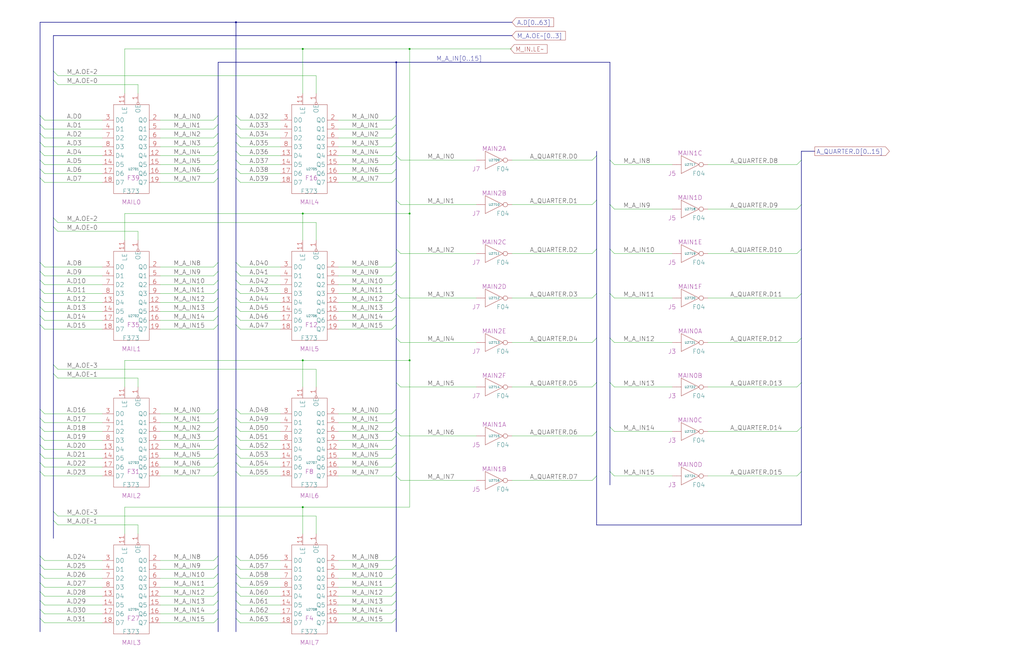
<source format=kicad_sch>
(kicad_sch (version 20250114) (generator "eeschema") (generator_version "9.0")
  (paper "User" 584.2 378.46)
  (title_block (title "MULTIPLIER A INPUT LATCH") (date "22-MAR-90") (rev "1.0") (comment 1 "VALUE") (comment 2 "232-003063") (comment 3 "S400") (comment 4 "RELEASED"))
  (lib_symbols
    (symbol "r1000:F04" (pin_numbers (hide yes)) (pin_names (hide yes))
      (property "Reference" "U" (at 0 0 0))
      (property "Value" "F04" (at 1.27 -5.08 0))
      (property "Location" "___" (at -12.7 -5.08 0))
      (property "Name" "______" (at 0 5.08 0))
      (symbol "F04_1_1"
        (pin input line (at -10.16 0 0) (length 2.54) (name "D0") (number "1"))
        (pin output line (at 10.16 0 180) (length 2.54) (name "Q") (number "2"))
      )
    )
    (symbol "r1000:F373" (pin_names (offset 1.016))
      (property "Reference" "U" (at 2.54 5.08 0))
      (property "Value" "F373" (at -3.81 -7.62 0))
      (property "Location" "___" (at -1.27 0 0))
      (property "Name" "______" (at 1.27 -15.24 0))
      (symbol "F373_1_1"
        (pin input line (at -15.24 33.02 0) (length 6.35) (name "D0") (number "3"))
        (pin input line (at -15.24 27.94 0) (length 6.35) (name "D1") (number "4"))
        (pin input line (at -15.24 22.86 0) (length 6.35) (name "D2") (number "7"))
        (pin input line (at -15.24 17.78 0) (length 6.35) (name "D3") (number "8"))
        (pin input line (at -15.24 12.7 0) (length 6.35) (name "D4") (number "13"))
        (pin input line (at -15.24 7.62 0) (length 6.35) (name "D5") (number "14"))
        (pin input line (at -15.24 2.54 0) (length 6.35) (name "D6") (number "17"))
        (pin input line (at -15.24 -2.54 0) (length 6.35) (name "D7") (number "18"))
        (pin input line (at -2.54 48.26 270) (length 6.35) (name "LE") (number "11"))
        (pin input line (at 5.08 48.26 270) (length 5.08) (name "OE") (number "1"))
        (pin tri_state line (at 17.78 33.02 180) (length 6.35) (name "Q0") (number "2"))
        (pin tri_state line (at 17.78 27.94 180) (length 6.35) (name "Q1") (number "5"))
        (pin tri_state line (at 17.78 22.86 180) (length 6.35) (name "Q2") (number "6"))
        (pin tri_state line (at 17.78 17.78 180) (length 6.35) (name "Q3") (number "9"))
        (pin tri_state line (at 17.78 12.7 180) (length 6.35) (name "Q4") (number "12"))
        (pin tri_state line (at 17.78 7.62 180) (length 6.35) (name "Q5") (number "15"))
        (pin tri_state line (at 17.78 2.54 180) (length 6.35) (name "Q6") (number "16"))
        (pin tri_state line (at 17.78 -2.54 180) (length 6.35) (name "Q7") (number "19"))
      )
    )
  )
  (junction (at 134.62 12.7))
  (junction (at 226.06 35.56))
  (junction (at 172.72 289.56))
  (junction (at 172.72 27.94))
  (junction (at 233.68 27.94))
  (junction (at 233.68 205.74))
  (junction (at 172.72 205.74))
  (junction (at 172.72 121.92))
  (junction (at 233.68 121.92))
  (bus_entry (at 457.2 116.84) (size -2.54 2.54))
  (bus_entry (at 134.62 347.98) (size 2.54 2.54))
  (bus_entry (at 134.62 185.42) (size 2.54 2.54))
  (bus_entry (at 124.46 175.26) (size -2.54 2.54))
  (bus_entry (at 22.86 353.06) (size 2.54 2.54))
  (bus_entry (at 226.06 154.94) (size -2.54 2.54))
  (bus_entry (at 340.36 167.64) (size -2.54 2.54))
  (bus_entry (at 347.98 167.64) (size 2.54 2.54))
  (bus_entry (at 226.06 193.04) (size 2.54 2.54))
  (bus_entry (at 226.06 246.38) (size 2.54 2.54))
  (bus_entry (at 134.62 170.18) (size 2.54 2.54))
  (bus_entry (at 22.86 81.28) (size 2.54 2.54))
  (bus_entry (at 124.46 317.5) (size -2.54 2.54))
  (bus_entry (at 134.62 254) (size 2.54 2.54))
  (bus_entry (at 226.06 254) (size -2.54 2.54))
  (bus_entry (at 22.86 337.82) (size 2.54 2.54))
  (bus_entry (at 124.46 86.36) (size -2.54 2.54))
  (bus_entry (at 22.86 254) (size 2.54 2.54))
  (bus_entry (at 226.06 332.74) (size -2.54 2.54))
  (bus_entry (at 124.46 353.06) (size -2.54 2.54))
  (bus_entry (at 30.48 40.64) (size 2.54 2.54))
  (bus_entry (at 457.2 167.64) (size -2.54 2.54))
  (bus_entry (at 226.06 259.08) (size -2.54 2.54))
  (bus_entry (at 124.46 347.98) (size -2.54 2.54))
  (bus_entry (at 340.36 88.9) (size -2.54 2.54))
  (bus_entry (at 347.98 218.44) (size 2.54 2.54))
  (bus_entry (at 22.86 180.34) (size 2.54 2.54))
  (bus_entry (at 226.06 327.66) (size -2.54 2.54))
  (bus_entry (at 124.46 248.92) (size -2.54 2.54))
  (bus_entry (at 134.62 91.44) (size 2.54 2.54))
  (bus_entry (at 22.86 71.12) (size 2.54 2.54))
  (bus_entry (at 226.06 347.98) (size -2.54 2.54))
  (bus_entry (at 124.46 259.08) (size -2.54 2.54))
  (bus_entry (at 124.46 91.44) (size -2.54 2.54))
  (bus_entry (at 134.62 86.36) (size 2.54 2.54))
  (bus_entry (at 347.98 116.84) (size 2.54 2.54))
  (bus_entry (at 124.46 149.86) (size -2.54 2.54))
  (bus_entry (at 22.86 264.16) (size 2.54 2.54))
  (bus_entry (at 134.62 327.66) (size 2.54 2.54))
  (bus_entry (at 30.48 45.72) (size 2.54 2.54))
  (bus_entry (at 226.06 66.04) (size -2.54 2.54))
  (bus_entry (at 226.06 86.36) (size -2.54 2.54))
  (bus_entry (at 30.48 208.28) (size 2.54 2.54))
  (bus_entry (at 226.06 317.5) (size -2.54 2.54))
  (bus_entry (at 457.2 269.24) (size -2.54 2.54))
  (bus_entry (at 22.86 185.42) (size 2.54 2.54))
  (bus_entry (at 124.46 66.04) (size -2.54 2.54))
  (bus_entry (at 134.62 353.06) (size 2.54 2.54))
  (bus_entry (at 226.06 238.76) (size -2.54 2.54))
  (bus_entry (at 124.46 101.6) (size -2.54 2.54))
  (bus_entry (at 226.06 180.34) (size -2.54 2.54))
  (bus_entry (at 124.46 269.24) (size -2.54 2.54))
  (bus_entry (at 22.86 342.9) (size 2.54 2.54))
  (bus_entry (at 134.62 154.94) (size 2.54 2.54))
  (bus_entry (at 340.36 193.04) (size -2.54 2.54))
  (bus_entry (at 134.62 160.02) (size 2.54 2.54))
  (bus_entry (at 124.46 254) (size -2.54 2.54))
  (bus_entry (at 340.36 114.3) (size -2.54 2.54))
  (bus_entry (at 22.86 154.94) (size 2.54 2.54))
  (bus_entry (at 226.06 269.24) (size -2.54 2.54))
  (bus_entry (at 226.06 185.42) (size -2.54 2.54))
  (bus_entry (at 457.2 218.44) (size -2.54 2.54))
  (bus_entry (at 22.86 259.08) (size 2.54 2.54))
  (bus_entry (at 457.2 91.44) (size -2.54 2.54))
  (bus_entry (at 134.62 269.24) (size 2.54 2.54))
  (bus_entry (at 30.48 292.1) (size 2.54 2.54))
  (bus_entry (at 124.46 170.18) (size -2.54 2.54))
  (bus_entry (at 124.46 238.76) (size -2.54 2.54))
  (bus_entry (at 134.62 317.5) (size 2.54 2.54))
  (bus_entry (at 22.86 165.1) (size 2.54 2.54))
  (bus_entry (at 226.06 271.78) (size 2.54 2.54))
  (bus_entry (at 22.86 248.92) (size 2.54 2.54))
  (bus_entry (at 124.46 327.66) (size -2.54 2.54))
  (bus_entry (at 22.86 233.68) (size 2.54 2.54))
  (bus_entry (at 226.06 149.86) (size -2.54 2.54))
  (bus_entry (at 457.2 243.84) (size -2.54 2.54))
  (bus_entry (at 226.06 170.18) (size -2.54 2.54))
  (bus_entry (at 124.46 96.52) (size -2.54 2.54))
  (bus_entry (at 30.48 129.54) (size 2.54 2.54))
  (bus_entry (at 124.46 165.1) (size -2.54 2.54))
  (bus_entry (at 134.62 175.26) (size 2.54 2.54))
  (bus_entry (at 347.98 243.84) (size 2.54 2.54))
  (bus_entry (at 134.62 342.9) (size 2.54 2.54))
  (bus_entry (at 226.06 91.44) (size -2.54 2.54))
  (bus_entry (at 124.46 342.9) (size -2.54 2.54))
  (bus_entry (at 134.62 233.68) (size 2.54 2.54))
  (bus_entry (at 134.62 66.04) (size 2.54 2.54))
  (bus_entry (at 22.86 332.74) (size 2.54 2.54))
  (bus_entry (at 134.62 81.28) (size 2.54 2.54))
  (bus_entry (at 22.86 238.76) (size 2.54 2.54))
  (bus_entry (at 226.06 114.3) (size 2.54 2.54))
  (bus_entry (at 134.62 101.6) (size 2.54 2.54))
  (bus_entry (at 226.06 167.64) (size 2.54 2.54))
  (bus_entry (at 347.98 269.24) (size 2.54 2.54))
  (bus_entry (at 226.06 160.02) (size -2.54 2.54))
  (bus_entry (at 22.86 76.2) (size 2.54 2.54))
  (bus_entry (at 226.06 322.58) (size -2.54 2.54))
  (bus_entry (at 134.62 96.52) (size 2.54 2.54))
  (bus_entry (at 226.06 81.28) (size -2.54 2.54))
  (bus_entry (at 124.46 233.68) (size -2.54 2.54))
  (bus_entry (at 124.46 243.84) (size -2.54 2.54))
  (bus_entry (at 134.62 238.76) (size 2.54 2.54))
  (bus_entry (at 22.86 327.66) (size 2.54 2.54))
  (bus_entry (at 134.62 322.58) (size 2.54 2.54))
  (bus_entry (at 22.86 66.04) (size 2.54 2.54))
  (bus_entry (at 226.06 218.44) (size 2.54 2.54))
  (bus_entry (at 340.36 142.24) (size -2.54 2.54))
  (bus_entry (at 226.06 175.26) (size -2.54 2.54))
  (bus_entry (at 124.46 332.74) (size -2.54 2.54))
  (bus_entry (at 22.86 170.18) (size 2.54 2.54))
  (bus_entry (at 134.62 71.12) (size 2.54 2.54))
  (bus_entry (at 22.86 347.98) (size 2.54 2.54))
  (bus_entry (at 134.62 248.92) (size 2.54 2.54))
  (bus_entry (at 134.62 165.1) (size 2.54 2.54))
  (bus_entry (at 226.06 71.12) (size -2.54 2.54))
  (bus_entry (at 340.36 218.44) (size -2.54 2.54))
  (bus_entry (at 22.86 160.02) (size 2.54 2.54))
  (bus_entry (at 226.06 264.16) (size -2.54 2.54))
  (bus_entry (at 124.46 154.94) (size -2.54 2.54))
  (bus_entry (at 347.98 193.04) (size 2.54 2.54))
  (bus_entry (at 22.86 86.36) (size 2.54 2.54))
  (bus_entry (at 22.86 91.44) (size 2.54 2.54))
  (bus_entry (at 347.98 91.44) (size 2.54 2.54))
  (bus_entry (at 134.62 264.16) (size 2.54 2.54))
  (bus_entry (at 134.62 332.74) (size 2.54 2.54))
  (bus_entry (at 340.36 271.78) (size -2.54 2.54))
  (bus_entry (at 22.86 322.58) (size 2.54 2.54))
  (bus_entry (at 22.86 317.5) (size 2.54 2.54))
  (bus_entry (at 457.2 193.04) (size -2.54 2.54))
  (bus_entry (at 124.46 180.34) (size -2.54 2.54))
  (bus_entry (at 134.62 259.08) (size 2.54 2.54))
  (bus_entry (at 30.48 124.46) (size 2.54 2.54))
  (bus_entry (at 226.06 101.6) (size -2.54 2.54))
  (bus_entry (at 134.62 243.84) (size 2.54 2.54))
  (bus_entry (at 124.46 160.02) (size -2.54 2.54))
  (bus_entry (at 30.48 213.36) (size 2.54 2.54))
  (bus_entry (at 22.86 269.24) (size 2.54 2.54))
  (bus_entry (at 124.46 76.2) (size -2.54 2.54))
  (bus_entry (at 124.46 322.58) (size -2.54 2.54))
  (bus_entry (at 22.86 96.52) (size 2.54 2.54))
  (bus_entry (at 134.62 337.82) (size 2.54 2.54))
  (bus_entry (at 124.46 185.42) (size -2.54 2.54))
  (bus_entry (at 124.46 81.28) (size -2.54 2.54))
  (bus_entry (at 226.06 337.82) (size -2.54 2.54))
  (bus_entry (at 226.06 233.68) (size -2.54 2.54))
  (bus_entry (at 226.06 88.9) (size 2.54 2.54))
  (bus_entry (at 457.2 142.24) (size -2.54 2.54))
  (bus_entry (at 347.98 142.24) (size 2.54 2.54))
  (bus_entry (at 226.06 165.1) (size -2.54 2.54))
  (bus_entry (at 124.46 264.16) (size -2.54 2.54))
  (bus_entry (at 340.36 246.38) (size -2.54 2.54))
  (bus_entry (at 226.06 96.52) (size -2.54 2.54))
  (bus_entry (at 226.06 243.84) (size -2.54 2.54))
  (bus_entry (at 22.86 149.86) (size 2.54 2.54))
  (bus_entry (at 226.06 142.24) (size 2.54 2.54))
  (bus_entry (at 22.86 101.6) (size 2.54 2.54))
  (bus_entry (at 134.62 149.86) (size 2.54 2.54))
  (bus_entry (at 226.06 353.06) (size -2.54 2.54))
  (bus_entry (at 134.62 76.2) (size 2.54 2.54))
  (bus_entry (at 226.06 342.9) (size -2.54 2.54))
  (bus_entry (at 226.06 248.92) (size -2.54 2.54))
  (bus_entry (at 22.86 243.84) (size 2.54 2.54))
  (bus_entry (at 22.86 175.26) (size 2.54 2.54))
  (bus_entry (at 124.46 71.12) (size -2.54 2.54))
  (bus_entry (at 134.62 180.34) (size 2.54 2.54))
  (bus_entry (at 226.06 76.2) (size -2.54 2.54))
  (bus_entry (at 124.46 337.82) (size -2.54 2.54))
  (bus_entry (at 30.48 297.18) (size 2.54 2.54))
  (bus (pts (xy 124.46 254) (xy 124.46 259.08)))
  (wire (pts (xy 91.44 261.62) (xy 121.92 261.62)))
  (wire (pts (xy 137.16 325.12) (xy 160.02 325.12)))
  (wire (pts (xy 228.6 195.58) (xy 271.78 195.58)))
  (bus (pts (xy 134.62 238.76) (xy 134.62 243.84)))
  (bus (pts (xy 340.36 88.9) (xy 340.36 114.3)))
  (wire (pts (xy 193.04 350.52) (xy 223.52 350.52)))
  (wire (pts (xy 193.04 162.56) (xy 223.52 162.56)))
  (wire (pts (xy 137.16 266.7) (xy 160.02 266.7)))
  (wire (pts (xy 172.72 27.94) (xy 71.12 27.94)))
  (wire (pts (xy 91.44 152.4) (xy 121.92 152.4)))
  (wire (pts (xy 137.16 83.82) (xy 160.02 83.82)))
  (wire (pts (xy 193.04 340.36) (xy 223.52 340.36)))
  (wire (pts (xy 91.44 320.04) (xy 121.92 320.04)))
  (bus (pts (xy 22.86 254) (xy 22.86 259.08)))
  (bus (pts (xy 457.2 91.44) (xy 457.2 116.84)))
  (bus (pts (xy 124.46 233.68) (xy 124.46 238.76)))
  (bus (pts (xy 124.46 35.56) (xy 226.06 35.56)))
  (bus (pts (xy 134.62 337.82) (xy 134.62 342.9)))
  (wire (pts (xy 137.16 236.22) (xy 160.02 236.22)))
  (bus (pts (xy 22.86 269.24) (xy 22.86 317.5)))
  (bus (pts (xy 347.98 167.64) (xy 347.98 193.04)))
  (wire (pts (xy 137.16 73.66) (xy 160.02 73.66)))
  (wire (pts (xy 25.4 345.44) (xy 58.42 345.44)))
  (wire (pts (xy 91.44 172.72) (xy 121.92 172.72)))
  (bus (pts (xy 30.48 40.64) (xy 30.48 45.72)))
  (bus (pts (xy 457.2 269.24) (xy 457.2 299.72)))
  (wire (pts (xy 25.4 73.66) (xy 58.42 73.66)))
  (wire (pts (xy 172.72 27.94) (xy 172.72 53.34)))
  (bus (pts (xy 134.62 353.06) (xy 134.62 360.68)))
  (wire (pts (xy 137.16 340.36) (xy 160.02 340.36)))
  (bus (pts (xy 340.36 271.78) (xy 340.36 299.72)))
  (bus (pts (xy 124.46 96.52) (xy 124.46 101.6)))
  (bus (pts (xy 134.62 254) (xy 134.62 259.08)))
  (bus (pts (xy 134.62 86.36) (xy 134.62 91.44)))
  (wire (pts (xy 350.52 119.38) (xy 383.54 119.38)))
  (bus (pts (xy 124.46 347.98) (xy 124.46 353.06)))
  (bus (pts (xy 226.06 243.84) (xy 226.06 246.38)))
  (wire (pts (xy 193.04 73.66) (xy 223.52 73.66)))
  (bus (pts (xy 347.98 116.84) (xy 347.98 142.24)))
  (bus (pts (xy 124.46 317.5) (xy 124.46 322.58)))
  (bus (pts (xy 22.86 175.26) (xy 22.86 180.34)))
  (bus (pts (xy 134.62 233.68) (xy 134.62 238.76)))
  (bus (pts (xy 134.62 248.92) (xy 134.62 254)))
  (bus (pts (xy 30.48 208.28) (xy 30.48 213.36)))
  (wire (pts (xy 91.44 68.58) (xy 121.92 68.58)))
  (wire (pts (xy 228.6 248.92) (xy 271.78 248.92)))
  (wire (pts (xy 33.02 127) (xy 180.34 127)))
  (bus (pts (xy 134.62 160.02) (xy 134.62 165.1)))
  (wire (pts (xy 137.16 152.4) (xy 160.02 152.4)))
  (wire (pts (xy 25.4 236.22) (xy 58.42 236.22)))
  (wire (pts (xy 172.72 121.92) (xy 233.68 121.92)))
  (wire (pts (xy 25.4 266.7) (xy 58.42 266.7)))
  (wire (pts (xy 71.12 121.92) (xy 71.12 137.16)))
  (bus (pts (xy 22.86 264.16) (xy 22.86 269.24)))
  (wire (pts (xy 91.44 78.74) (xy 121.92 78.74)))
  (bus (pts (xy 226.06 96.52) (xy 226.06 101.6)))
  (wire (pts (xy 91.44 187.96) (xy 121.92 187.96)))
  (wire (pts (xy 91.44 325.12) (xy 121.92 325.12)))
  (wire (pts (xy 172.72 205.74) (xy 172.72 220.98)))
  (wire (pts (xy 25.4 256.54) (xy 58.42 256.54)))
  (wire (pts (xy 25.4 152.4) (xy 58.42 152.4)))
  (wire (pts (xy 403.86 220.98) (xy 454.66 220.98)))
  (bus (pts (xy 124.46 337.82) (xy 124.46 342.9)))
  (wire (pts (xy 193.04 320.04) (xy 223.52 320.04)))
  (bus (pts (xy 124.46 160.02) (xy 124.46 165.1)))
  (wire (pts (xy 193.04 325.12) (xy 223.52 325.12)))
  (bus (pts (xy 30.48 213.36) (xy 30.48 292.1)))
  (bus (pts (xy 124.46 353.06) (xy 124.46 360.68)))
  (bus (pts (xy 134.62 322.58) (xy 134.62 327.66)))
  (bus (pts (xy 226.06 149.86) (xy 226.06 154.94)))
  (bus (pts (xy 134.62 264.16) (xy 134.62 269.24)))
  (bus (pts (xy 226.06 193.04) (xy 226.06 218.44)))
  (bus (pts (xy 124.46 66.04) (xy 124.46 71.12)))
  (bus (pts (xy 22.86 322.58) (xy 22.86 327.66)))
  (bus (pts (xy 30.48 129.54) (xy 30.48 208.28)))
  (bus (pts (xy 134.62 269.24) (xy 134.62 317.5)))
  (wire (pts (xy 172.72 289.56) (xy 233.68 289.56)))
  (bus (pts (xy 226.06 264.16) (xy 226.06 269.24)))
  (wire (pts (xy 25.4 251.46) (xy 58.42 251.46)))
  (bus (pts (xy 457.2 86.36) (xy 457.2 91.44)))
  (wire (pts (xy 33.02 132.08) (xy 78.74 132.08)))
  (wire (pts (xy 180.34 127) (xy 180.34 137.16)))
  (bus (pts (xy 134.62 149.86) (xy 134.62 154.94)))
  (bus (pts (xy 134.62 180.34) (xy 134.62 185.42)))
  (wire (pts (xy 137.16 261.62) (xy 160.02 261.62)))
  (bus (pts (xy 340.36 193.04) (xy 340.36 218.44)))
  (wire (pts (xy 25.4 157.48) (xy 58.42 157.48)))
  (wire (pts (xy 172.72 205.74) (xy 233.68 205.74)))
  (wire (pts (xy 71.12 27.94) (xy 71.12 53.34)))
  (wire (pts (xy 33.02 215.9) (xy 78.74 215.9)))
  (bus (pts (xy 124.46 71.12) (xy 124.46 76.2)))
  (wire (pts (xy 33.02 294.64) (xy 180.34 294.64)))
  (bus (pts (xy 226.06 332.74) (xy 226.06 337.82)))
  (wire (pts (xy 71.12 205.74) (xy 71.12 220.98)))
  (wire (pts (xy 193.04 355.6) (xy 223.52 355.6)))
  (bus (pts (xy 22.86 154.94) (xy 22.86 160.02)))
  (wire (pts (xy 25.4 187.96) (xy 58.42 187.96)))
  (wire (pts (xy 137.16 99.06) (xy 160.02 99.06)))
  (wire (pts (xy 91.44 256.54) (xy 121.92 256.54)))
  (wire (pts (xy 193.04 104.14) (xy 223.52 104.14)))
  (wire (pts (xy 403.86 195.58) (xy 454.66 195.58)))
  (wire (pts (xy 193.04 167.64) (xy 223.52 167.64)))
  (wire (pts (xy 137.16 355.6) (xy 160.02 355.6)))
  (bus (pts (xy 22.86 12.7) (xy 134.62 12.7)))
  (wire (pts (xy 233.68 289.56) (xy 233.68 205.74)))
  (wire (pts (xy 228.6 144.78) (xy 271.78 144.78)))
  (bus (pts (xy 226.06 342.9) (xy 226.06 347.98)))
  (wire (pts (xy 193.04 78.74) (xy 223.52 78.74)))
  (wire (pts (xy 71.12 205.74) (xy 172.72 205.74)))
  (bus (pts (xy 340.36 86.36) (xy 340.36 88.9)))
  (bus (pts (xy 124.46 101.6) (xy 124.46 149.86)))
  (wire (pts (xy 25.4 355.6) (xy 58.42 355.6)))
  (bus (pts (xy 457.2 167.64) (xy 457.2 193.04)))
  (wire (pts (xy 403.86 119.38) (xy 454.66 119.38)))
  (wire (pts (xy 137.16 182.88) (xy 160.02 182.88)))
  (bus (pts (xy 22.86 185.42) (xy 22.86 233.68)))
  (wire (pts (xy 193.04 152.4) (xy 223.52 152.4)))
  (wire (pts (xy 137.16 88.9) (xy 160.02 88.9)))
  (wire (pts (xy 91.44 167.64) (xy 121.92 167.64)))
  (wire (pts (xy 193.04 256.54) (xy 223.52 256.54)))
  (wire (pts (xy 78.74 299.72) (xy 78.74 304.8)))
  (wire (pts (xy 137.16 68.58) (xy 160.02 68.58)))
  (wire (pts (xy 233.68 205.74) (xy 233.68 121.92)))
  (bus (pts (xy 124.46 180.34) (xy 124.46 185.42)))
  (wire (pts (xy 25.4 177.8) (xy 58.42 177.8)))
  (wire (pts (xy 25.4 350.52) (xy 58.42 350.52)))
  (wire (pts (xy 25.4 99.06) (xy 58.42 99.06)))
  (wire (pts (xy 91.44 177.8) (xy 121.92 177.8)))
  (wire (pts (xy 137.16 256.54) (xy 160.02 256.54)))
  (wire (pts (xy 91.44 246.38) (xy 121.92 246.38)))
  (bus (pts (xy 134.62 76.2) (xy 134.62 81.28)))
  (bus (pts (xy 347.98 35.56) (xy 347.98 91.44)))
  (bus (pts (xy 134.62 66.04) (xy 134.62 71.12)))
  (wire (pts (xy 233.68 121.92) (xy 233.68 27.94)))
  (bus (pts (xy 124.46 91.44) (xy 124.46 96.52)))
  (bus (pts (xy 457.2 193.04) (xy 457.2 218.44)))
  (wire (pts (xy 228.6 116.84) (xy 271.78 116.84)))
  (bus (pts (xy 22.86 160.02) (xy 22.86 165.1)))
  (bus (pts (xy 226.06 66.04) (xy 226.06 71.12)))
  (bus (pts (xy 226.06 259.08) (xy 226.06 264.16)))
  (bus (pts (xy 347.98 243.84) (xy 347.98 269.24)))
  (wire (pts (xy 350.52 144.78) (xy 383.54 144.78)))
  (wire (pts (xy 350.52 195.58) (xy 383.54 195.58)))
  (wire (pts (xy 193.04 246.38) (xy 223.52 246.38)))
  (bus (pts (xy 134.62 71.12) (xy 134.62 76.2)))
  (bus (pts (xy 134.62 91.44) (xy 134.62 96.52)))
  (bus (pts (xy 22.86 342.9) (xy 22.86 347.98)))
  (wire (pts (xy 403.86 93.98) (xy 454.66 93.98)))
  (wire (pts (xy 78.74 132.08) (xy 78.74 137.16)))
  (bus (pts (xy 226.06 142.24) (xy 226.06 149.86)))
  (bus (pts (xy 22.86 248.92) (xy 22.86 254)))
  (bus (pts (xy 22.86 12.7) (xy 22.86 66.04)))
  (wire (pts (xy 350.52 220.98) (xy 383.54 220.98)))
  (wire (pts (xy 137.16 177.8) (xy 160.02 177.8)))
  (bus (pts (xy 124.46 264.16) (xy 124.46 269.24)))
  (bus (pts (xy 340.36 299.72) (xy 457.2 299.72)))
  (wire (pts (xy 137.16 271.78) (xy 160.02 271.78)))
  (wire (pts (xy 193.04 271.78) (xy 223.52 271.78)))
  (bus (pts (xy 457.2 142.24) (xy 457.2 167.64)))
  (bus (pts (xy 124.46 332.74) (xy 124.46 337.82)))
  (wire (pts (xy 91.44 73.66) (xy 121.92 73.66)))
  (wire (pts (xy 193.04 88.9) (xy 223.52 88.9)))
  (wire (pts (xy 25.4 93.98) (xy 58.42 93.98)))
  (wire (pts (xy 193.04 330.2) (xy 223.52 330.2)))
  (wire (pts (xy 33.02 48.26) (xy 78.74 48.26)))
  (bus (pts (xy 124.46 238.76) (xy 124.46 243.84)))
  (wire (pts (xy 228.6 220.98) (xy 271.78 220.98)))
  (bus (pts (xy 22.86 165.1) (xy 22.86 170.18)))
  (wire (pts (xy 91.44 335.28) (xy 121.92 335.28)))
  (wire (pts (xy 25.4 83.82) (xy 58.42 83.82)))
  (bus (pts (xy 226.06 160.02) (xy 226.06 165.1)))
  (bus (pts (xy 457.2 243.84) (xy 457.2 269.24)))
  (wire (pts (xy 25.4 325.12) (xy 58.42 325.12)))
  (wire (pts (xy 137.16 345.44) (xy 160.02 345.44)))
  (wire (pts (xy 193.04 93.98) (xy 223.52 93.98)))
  (bus (pts (xy 347.98 269.24) (xy 347.98 276.86)))
  (wire (pts (xy 193.04 266.7) (xy 223.52 266.7)))
  (bus (pts (xy 226.06 114.3) (xy 226.06 142.24)))
  (wire (pts (xy 91.44 340.36) (xy 121.92 340.36)))
  (wire (pts (xy 78.74 215.9) (xy 78.74 220.98)))
  (bus (pts (xy 226.06 180.34) (xy 226.06 185.42)))
  (bus (pts (xy 226.06 337.82) (xy 226.06 342.9)))
  (bus (pts (xy 226.06 347.98) (xy 226.06 353.06)))
  (wire (pts (xy 350.52 93.98) (xy 383.54 93.98)))
  (wire (pts (xy 228.6 170.18) (xy 271.78 170.18)))
  (bus (pts (xy 134.62 165.1) (xy 134.62 170.18)))
  (bus (pts (xy 340.36 167.64) (xy 340.36 193.04)))
  (wire (pts (xy 137.16 330.2) (xy 160.02 330.2)))
  (bus (pts (xy 124.46 165.1) (xy 124.46 170.18)))
  (bus (pts (xy 22.86 337.82) (xy 22.86 342.9)))
  (bus (pts (xy 134.62 243.84) (xy 134.62 248.92)))
  (bus (pts (xy 124.46 175.26) (xy 124.46 180.34)))
  (bus (pts (xy 134.62 185.42) (xy 134.62 233.68)))
  (wire (pts (xy 292.1 144.78) (xy 337.82 144.78)))
  (wire (pts (xy 193.04 68.58) (xy 223.52 68.58)))
  (wire (pts (xy 91.44 99.06) (xy 121.92 99.06)))
  (bus (pts (xy 134.62 327.66) (xy 134.62 332.74)))
  (bus (pts (xy 124.46 322.58) (xy 124.46 327.66)))
  (wire (pts (xy 91.44 241.3) (xy 121.92 241.3)))
  (bus (pts (xy 22.86 81.28) (xy 22.86 86.36)))
  (wire (pts (xy 193.04 241.3) (xy 223.52 241.3)))
  (bus (pts (xy 22.86 149.86) (xy 22.86 154.94)))
  (bus (pts (xy 226.06 246.38) (xy 226.06 248.92)))
  (bus (pts (xy 134.62 154.94) (xy 134.62 160.02)))
  (bus (pts (xy 22.86 71.12) (xy 22.86 76.2)))
  (bus (pts (xy 226.06 76.2) (xy 226.06 81.28)))
  (bus (pts (xy 226.06 327.66) (xy 226.06 332.74)))
  (bus (pts (xy 226.06 167.64) (xy 226.06 170.18)))
  (wire (pts (xy 193.04 251.46) (xy 223.52 251.46)))
  (bus (pts (xy 134.62 259.08) (xy 134.62 264.16)))
  (bus (pts (xy 22.86 76.2) (xy 22.86 81.28)))
  (wire (pts (xy 91.44 83.82) (xy 121.92 83.82)))
  (bus (pts (xy 226.06 35.56) (xy 347.98 35.56)))
  (wire (pts (xy 180.34 294.64) (xy 180.34 304.8)))
  (bus (pts (xy 226.06 271.78) (xy 226.06 317.5)))
  (bus (pts (xy 134.62 12.7) (xy 134.62 66.04)))
  (wire (pts (xy 25.4 162.56) (xy 58.42 162.56)))
  (wire (pts (xy 172.72 289.56) (xy 172.72 304.8)))
  (wire (pts (xy 91.44 355.6) (xy 121.92 355.6)))
  (wire (pts (xy 193.04 83.82) (xy 223.52 83.82)))
  (wire (pts (xy 91.44 350.52) (xy 121.92 350.52)))
  (wire (pts (xy 25.4 167.64) (xy 58.42 167.64)))
  (wire (pts (xy 91.44 157.48) (xy 121.92 157.48)))
  (wire (pts (xy 292.1 195.58) (xy 337.82 195.58)))
  (wire (pts (xy 137.16 320.04) (xy 160.02 320.04)))
  (bus (pts (xy 30.48 20.32) (xy 30.48 40.64)))
  (bus (pts (xy 124.46 35.56) (xy 124.46 66.04)))
  (bus (pts (xy 226.06 91.44) (xy 226.06 96.52)))
  (wire (pts (xy 91.44 266.7) (xy 121.92 266.7)))
  (wire (pts (xy 137.16 78.74) (xy 160.02 78.74)))
  (bus (pts (xy 124.46 86.36) (xy 124.46 91.44)))
  (bus (pts (xy 30.48 297.18) (xy 30.48 307.34)))
  (bus (pts (xy 226.06 238.76) (xy 226.06 243.84)))
  (wire (pts (xy 233.68 27.94) (xy 292.1 27.94)))
  (wire (pts (xy 137.16 187.96) (xy 160.02 187.96)))
  (wire (pts (xy 25.4 320.04) (xy 58.42 320.04)))
  (wire (pts (xy 33.02 299.72) (xy 78.74 299.72)))
  (wire (pts (xy 25.4 335.28) (xy 58.42 335.28)))
  (wire (pts (xy 180.34 210.82) (xy 180.34 220.98)))
  (wire (pts (xy 137.16 251.46) (xy 160.02 251.46)))
  (wire (pts (xy 403.86 246.38) (xy 454.66 246.38)))
  (bus (pts (xy 347.98 91.44) (xy 347.98 116.84)))
  (bus (pts (xy 226.06 170.18) (xy 226.06 175.26)))
  (wire (pts (xy 71.12 289.56) (xy 172.72 289.56)))
  (bus (pts (xy 124.46 81.28) (xy 124.46 86.36)))
  (bus (pts (xy 226.06 101.6) (xy 226.06 114.3)))
  (wire (pts (xy 25.4 340.36) (xy 58.42 340.36)))
  (wire (pts (xy 292.1 220.98) (xy 337.82 220.98)))
  (bus (pts (xy 134.62 101.6) (xy 134.62 149.86)))
  (wire (pts (xy 91.44 182.88) (xy 121.92 182.88)))
  (bus (pts (xy 226.06 71.12) (xy 226.06 76.2)))
  (bus (pts (xy 226.06 254) (xy 226.06 259.08)))
  (wire (pts (xy 71.12 121.92) (xy 172.72 121.92)))
  (bus (pts (xy 22.86 238.76) (xy 22.86 243.84)))
  (wire (pts (xy 25.4 182.88) (xy 58.42 182.88)))
  (wire (pts (xy 137.16 162.56) (xy 160.02 162.56)))
  (wire (pts (xy 91.44 162.56) (xy 121.92 162.56)))
  (bus (pts (xy 226.06 88.9) (xy 226.06 91.44)))
  (wire (pts (xy 180.34 43.18) (xy 180.34 53.34)))
  (wire (pts (xy 292.1 91.44) (xy 337.82 91.44)))
  (bus (pts (xy 134.62 96.52) (xy 134.62 101.6)))
  (wire (pts (xy 403.86 144.78) (xy 454.66 144.78)))
  (wire (pts (xy 25.4 241.3) (xy 58.42 241.3)))
  (bus (pts (xy 30.48 45.72) (xy 30.48 124.46)))
  (wire (pts (xy 193.04 157.48) (xy 223.52 157.48)))
  (bus (pts (xy 457.2 218.44) (xy 457.2 243.84)))
  (wire (pts (xy 91.44 251.46) (xy 121.92 251.46)))
  (bus (pts (xy 22.86 332.74) (xy 22.86 337.82)))
  (bus (pts (xy 22.86 91.44) (xy 22.86 96.52)))
  (bus (pts (xy 124.46 269.24) (xy 124.46 317.5)))
  (wire (pts (xy 137.16 172.72) (xy 160.02 172.72)))
  (wire (pts (xy 25.4 88.9) (xy 58.42 88.9)))
  (wire (pts (xy 25.4 68.58) (xy 58.42 68.58)))
  (wire (pts (xy 137.16 246.38) (xy 160.02 246.38)))
  (bus (pts (xy 226.06 35.56) (xy 226.06 66.04)))
  (wire (pts (xy 91.44 88.9) (xy 121.92 88.9)))
  (bus (pts (xy 134.62 332.74) (xy 134.62 337.82)))
  (wire (pts (xy 193.04 182.88) (xy 223.52 182.88)))
  (bus (pts (xy 226.06 81.28) (xy 226.06 86.36)))
  (bus (pts (xy 22.86 86.36) (xy 22.86 91.44)))
  (wire (pts (xy 193.04 236.22) (xy 223.52 236.22)))
  (wire (pts (xy 193.04 99.06) (xy 223.52 99.06)))
  (bus (pts (xy 22.86 259.08) (xy 22.86 264.16)))
  (wire (pts (xy 137.16 167.64) (xy 160.02 167.64)))
  (wire (pts (xy 193.04 172.72) (xy 223.52 172.72)))
  (bus (pts (xy 347.98 193.04) (xy 347.98 218.44)))
  (wire (pts (xy 350.52 271.78) (xy 383.54 271.78)))
  (wire (pts (xy 137.16 104.14) (xy 160.02 104.14)))
  (bus (pts (xy 124.46 154.94) (xy 124.46 160.02)))
  (wire (pts (xy 137.16 335.28) (xy 160.02 335.28)))
  (wire (pts (xy 25.4 104.14) (xy 58.42 104.14)))
  (bus (pts (xy 134.62 347.98) (xy 134.62 353.06)))
  (bus (pts (xy 134.62 81.28) (xy 134.62 86.36)))
  (wire (pts (xy 25.4 172.72) (xy 58.42 172.72)))
  (wire (pts (xy 33.02 43.18) (xy 180.34 43.18)))
  (wire (pts (xy 350.52 246.38) (xy 383.54 246.38)))
  (wire (pts (xy 78.74 48.26) (xy 78.74 53.34)))
  (bus (pts (xy 30.48 20.32) (xy 292.1 20.32)))
  (wire (pts (xy 71.12 289.56) (xy 71.12 304.8)))
  (bus (pts (xy 22.86 347.98) (xy 22.86 353.06)))
  (bus (pts (xy 340.36 114.3) (xy 340.36 142.24)))
  (wire (pts (xy 233.68 27.94) (xy 172.72 27.94)))
  (wire (pts (xy 193.04 187.96) (xy 223.52 187.96)))
  (bus (pts (xy 124.46 185.42) (xy 124.46 233.68)))
  (bus (pts (xy 226.06 165.1) (xy 226.06 167.64)))
  (wire (pts (xy 228.6 274.32) (xy 271.78 274.32)))
  (bus (pts (xy 124.46 259.08) (xy 124.46 264.16)))
  (bus (pts (xy 134.62 175.26) (xy 134.62 180.34)))
  (wire (pts (xy 25.4 271.78) (xy 58.42 271.78)))
  (wire (pts (xy 91.44 93.98) (xy 121.92 93.98)))
  (wire (pts (xy 33.02 210.82) (xy 180.34 210.82)))
  (wire (pts (xy 193.04 177.8) (xy 223.52 177.8)))
  (wire (pts (xy 292.1 170.18) (xy 337.82 170.18)))
  (wire (pts (xy 193.04 335.28) (xy 223.52 335.28)))
  (bus (pts (xy 134.62 12.7) (xy 292.1 12.7)))
  (bus (pts (xy 340.36 246.38) (xy 340.36 271.78)))
  (wire (pts (xy 137.16 350.52) (xy 160.02 350.52)))
  (bus (pts (xy 22.86 353.06) (xy 22.86 360.68)))
  (bus (pts (xy 226.06 218.44) (xy 226.06 233.68)))
  (bus (pts (xy 226.06 233.68) (xy 226.06 238.76)))
  (bus (pts (xy 124.46 342.9) (xy 124.46 347.98)))
  (wire (pts (xy 292.1 274.32) (xy 337.82 274.32)))
  (bus (pts (xy 124.46 149.86) (xy 124.46 154.94)))
  (wire (pts (xy 137.16 93.98) (xy 160.02 93.98)))
  (bus (pts (xy 22.86 101.6) (xy 22.86 149.86)))
  (wire (pts (xy 193.04 345.44) (xy 223.52 345.44)))
  (bus (pts (xy 340.36 142.24) (xy 340.36 167.64)))
  (wire (pts (xy 25.4 261.62) (xy 58.42 261.62)))
  (bus (pts (xy 124.46 243.84) (xy 124.46 248.92)))
  (bus (pts (xy 226.06 86.36) (xy 226.06 88.9)))
  (wire (pts (xy 172.72 121.92) (xy 172.72 137.16)))
  (bus (pts (xy 340.36 218.44) (xy 340.36 246.38)))
  (wire (pts (xy 91.44 236.22) (xy 121.92 236.22)))
  (bus (pts (xy 124.46 170.18) (xy 124.46 175.26)))
  (bus (pts (xy 22.86 180.34) (xy 22.86 185.42)))
  (bus (pts (xy 22.86 243.84) (xy 22.86 248.92)))
  (bus (pts (xy 347.98 142.24) (xy 347.98 167.64)))
  (bus (pts (xy 226.06 154.94) (xy 226.06 160.02)))
  (bus (pts (xy 134.62 317.5) (xy 134.62 322.58)))
  (bus (pts (xy 457.2 86.36) (xy 464.82 86.36)))
  (bus (pts (xy 22.86 327.66) (xy 22.86 332.74)))
  (wire (pts (xy 292.1 248.92) (xy 337.82 248.92)))
  (bus (pts (xy 30.48 124.46) (xy 30.48 129.54)))
  (bus (pts (xy 457.2 116.84) (xy 457.2 142.24)))
  (bus (pts (xy 226.06 175.26) (xy 226.06 180.34)))
  (wire (pts (xy 193.04 261.62) (xy 223.52 261.62)))
  (wire (pts (xy 228.6 91.44) (xy 271.78 91.44)))
  (wire (pts (xy 292.1 116.84) (xy 337.82 116.84)))
  (bus (pts (xy 347.98 218.44) (xy 347.98 243.84)))
  (wire (pts (xy 403.86 170.18) (xy 454.66 170.18)))
  (wire (pts (xy 137.16 241.3) (xy 160.02 241.3)))
  (wire (pts (xy 91.44 104.14) (xy 121.92 104.14)))
  (wire (pts (xy 91.44 345.44) (xy 121.92 345.44)))
  (bus (pts (xy 124.46 248.92) (xy 124.46 254)))
  (bus (pts (xy 226.06 248.92) (xy 226.06 254)))
  (bus (pts (xy 226.06 353.06) (xy 226.06 360.68)))
  (wire (pts (xy 25.4 330.2) (xy 58.42 330.2)))
  (bus (pts (xy 22.86 317.5) (xy 22.86 322.58)))
  (bus (pts (xy 226.06 322.58) (xy 226.06 327.66)))
  (bus (pts (xy 22.86 170.18) (xy 22.86 175.26)))
  (wire (pts (xy 25.4 78.74) (xy 58.42 78.74)))
  (wire (pts (xy 350.52 170.18) (xy 383.54 170.18)))
  (bus (pts (xy 226.06 185.42) (xy 226.06 193.04)))
  (bus (pts (xy 134.62 170.18) (xy 134.62 175.26)))
  (bus (pts (xy 226.06 317.5) (xy 226.06 322.58)))
  (wire (pts (xy 91.44 271.78) (xy 121.92 271.78)))
  (wire (pts (xy 91.44 330.2) (xy 121.92 330.2)))
  (bus (pts (xy 22.86 66.04) (xy 22.86 71.12)))
  (wire (pts (xy 403.86 271.78) (xy 454.66 271.78)))
  (wire (pts (xy 137.16 157.48) (xy 160.02 157.48)))
  (bus (pts (xy 124.46 327.66) (xy 124.46 332.74)))
  (bus (pts (xy 124.46 76.2) (xy 124.46 81.28)))
  (bus (pts (xy 30.48 292.1) (xy 30.48 297.18)))
  (wire (pts (xy 25.4 246.38) (xy 58.42 246.38)))
  (bus (pts (xy 22.86 233.68) (xy 22.86 238.76)))
  (bus (pts (xy 134.62 342.9) (xy 134.62 347.98)))
  (bus (pts (xy 226.06 269.24) (xy 226.06 271.78)))
  (bus (pts (xy 22.86 96.52) (xy 22.86 101.6)))
  (label "A_QUARTER.D6" (at 302.26 248.92 0) (effects (font (size 2.54 2.54))))
  (label "A.D45" (at 142.24 177.8 0) (effects (font (size 2.54 2.54))))
  (label "A.D3" (at 38.1 83.82 0) (effects (font (size 2.54 2.54))))
  (label "M_A_IN5" (at 99.06 261.62 0) (effects (font (size 2.54 2.54))))
  (label "M_A_IN14" (at 200.66 182.88 0) (effects (font (size 2.54 2.54))))
  (label "A.D56" (at 142.24 320.04 0) (effects (font (size 2.54 2.54))))
  (label "M_A_IN12" (at 200.66 340.36 0) (effects (font (size 2.54 2.54))))
  (label "M_A.OE~1" (at 38.1 299.72 0) (effects (font (size 2.54 2.54))))
  (label "M_A_IN1" (at 99.06 73.66 0) (effects (font (size 2.54 2.54))))
  (label "M_A_IN6" (at 243.84 248.92 0) (effects (font (size 2.54 2.54))))
  (label "A_QUARTER.D15" (at 416.56 271.78 0) (effects (font (size 2.54 2.54))))
  (label "M_A_IN13" (at 99.06 345.44 0) (effects (font (size 2.54 2.54))))
  (label "M_A_IN2" (at 99.06 246.38 0) (effects (font (size 2.54 2.54))))
  (label "M_A_IN11" (at 355.6 170.18 0) (effects (font (size 2.54 2.54))))
  (label "A.D32" (at 142.24 68.58 0) (effects (font (size 2.54 2.54))))
  (label "A.D58" (at 142.24 330.2 0) (effects (font (size 2.54 2.54))))
  (label "M_A_IN7" (at 99.06 271.78 0) (effects (font (size 2.54 2.54))))
  (label "M_A_IN5" (at 243.84 220.98 0) (effects (font (size 2.54 2.54))))
  (label "A.D55" (at 142.24 271.78 0) (effects (font (size 2.54 2.54))))
  (label "M_A_IN14" (at 200.66 350.52 0) (effects (font (size 2.54 2.54))))
  (label "M_A_IN3" (at 99.06 83.82 0) (effects (font (size 2.54 2.54))))
  (label "A.D20" (at 38.1 256.54 0) (effects (font (size 2.54 2.54))))
  (label "A.D27" (at 38.1 335.28 0) (effects (font (size 2.54 2.54))))
  (label "A_QUARTER.D13" (at 416.56 220.98 0) (effects (font (size 2.54 2.54))))
  (label "M_A_IN2" (at 200.66 246.38 0) (effects (font (size 2.54 2.54))))
  (label "A.D33" (at 142.24 73.66 0) (effects (font (size 2.54 2.54))))
  (label "M_A_IN6" (at 99.06 266.7 0) (effects (font (size 2.54 2.54))))
  (label "M_A_IN11" (at 99.06 335.28 0) (effects (font (size 2.54 2.54))))
  (label "M_A_IN4" (at 243.84 195.58 0) (effects (font (size 2.54 2.54))))
  (label "M_A_IN9" (at 99.06 325.12 0) (effects (font (size 2.54 2.54))))
  (label "A.D8" (at 38.1 152.4 0) (effects (font (size 2.54 2.54))))
  (label "A_QUARTER.D12" (at 416.56 195.58 0) (effects (font (size 2.54 2.54))))
  (label "M_A_IN13" (at 99.06 177.8 0) (effects (font (size 2.54 2.54))))
  (label "M_A_IN11" (at 200.66 167.64 0) (effects (font (size 2.54 2.54))))
  (label "M_A_IN8" (at 99.06 320.04 0) (effects (font (size 2.54 2.54))))
  (label "M_A_IN15" (at 99.06 187.96 0) (effects (font (size 2.54 2.54))))
  (label "A.D39" (at 142.24 104.14 0) (effects (font (size 2.54 2.54))))
  (label "A_QUARTER.D0" (at 302.26 91.44 0) (effects (font (size 2.54 2.54))))
  (label "M_A_IN7" (at 99.06 104.14 0) (effects (font (size 2.54 2.54))))
  (label "M_A.OE~2" (at 38.1 43.18 0) (effects (font (size 2.54 2.54))))
  (label "M_A_IN0" (at 243.84 91.44 0) (effects (font (size 2.54 2.54))))
  (label "A.D51" (at 142.24 251.46 0) (effects (font (size 2.54 2.54))))
  (label "A.D25" (at 38.1 325.12 0) (effects (font (size 2.54 2.54))))
  (label "M_A_IN10" (at 99.06 330.2 0) (effects (font (size 2.54 2.54))))
  (label "A.D35" (at 142.24 83.82 0) (effects (font (size 2.54 2.54))))
  (label "A.D40" (at 142.24 152.4 0) (effects (font (size 2.54 2.54))))
  (label "M_A_IN5" (at 200.66 261.62 0) (effects (font (size 2.54 2.54))))
  (label "M_A.OE~3" (at 38.1 294.64 0) (effects (font (size 2.54 2.54))))
  (label "M_A_IN10" (at 355.6 144.78 0) (effects (font (size 2.54 2.54))))
  (label "A.D28" (at 38.1 340.36 0) (effects (font (size 2.54 2.54))))
  (label "A_QUARTER.D14" (at 416.56 246.38 0) (effects (font (size 2.54 2.54))))
  (label "M_A.OE~3" (at 38.1 210.82 0) (effects (font (size 2.54 2.54))))
  (label "M_A_IN10" (at 200.66 330.2 0) (effects (font (size 2.54 2.54))))
  (label "M_A_IN3" (at 200.66 83.82 0) (effects (font (size 2.54 2.54))))
  (label "A.D22" (at 38.1 266.7 0) (effects (font (size 2.54 2.54))))
  (label "M_A_IN1" (at 243.84 116.84 0) (effects (font (size 2.54 2.54))))
  (label "M_A_IN1" (at 200.66 241.3 0) (effects (font (size 2.54 2.54))))
  (label "M_A_IN2" (at 99.06 78.74 0) (effects (font (size 2.54 2.54))))
  (label "A.D44" (at 142.24 172.72 0) (effects (font (size 2.54 2.54))))
  (label "A_QUARTER.D11" (at 416.56 170.18 0) (effects (font (size 2.54 2.54))))
  (label "M_A_IN14" (at 99.06 350.52 0) (effects (font (size 2.54 2.54))))
  (label "A.D37" (at 142.24 93.98 0) (effects (font (size 2.54 2.54))))
  (label "A.D30" (at 38.1 350.52 0) (effects (font (size 2.54 2.54))))
  (label "A.D0" (at 38.1 68.58 0) (effects (font (size 2.54 2.54))))
  (label "M_A_IN13" (at 200.66 177.8 0) (effects (font (size 2.54 2.54))))
  (label "A.D38" (at 142.24 99.06 0) (effects (font (size 2.54 2.54))))
  (label "A.D11" (at 38.1 167.64 0) (effects (font (size 2.54 2.54))))
  (label "A_QUARTER.D9" (at 416.56 119.38 0) (effects (font (size 2.54 2.54))))
  (label "A.D7" (at 38.1 104.14 0) (effects (font (size 2.54 2.54))))
  (label "A.D9" (at 38.1 157.48 0) (effects (font (size 2.54 2.54))))
  (label "A.D5" (at 38.1 93.98 0) (effects (font (size 2.54 2.54))))
  (label "A.D48" (at 142.24 236.22 0) (effects (font (size 2.54 2.54))))
  (label "A.D24" (at 38.1 320.04 0) (effects (font (size 2.54 2.54))))
  (label "M_A_IN7" (at 200.66 104.14 0) (effects (font (size 2.54 2.54))))
  (label "A.D6" (at 38.1 99.06 0) (effects (font (size 2.54 2.54))))
  (label "A.D21" (at 38.1 261.62 0) (effects (font (size 2.54 2.54))))
  (label "M_A_IN10" (at 99.06 162.56 0) (effects (font (size 2.54 2.54))))
  (label "M_A_IN[0..15]" (at 248.92 35.56 0) (effects (font (size 2.54 2.54))))
  (label "M_A_IN9" (at 200.66 157.48 0) (effects (font (size 2.54 2.54))))
  (label "A.D62" (at 142.24 350.52 0) (effects (font (size 2.54 2.54))))
  (label "A.D29" (at 38.1 345.44 0) (effects (font (size 2.54 2.54))))
  (label "A.D52" (at 142.24 256.54 0) (effects (font (size 2.54 2.54))))
  (label "M_A_IN5" (at 99.06 93.98 0) (effects (font (size 2.54 2.54))))
  (label "M_A_IN15" (at 355.6 271.78 0) (effects (font (size 2.54 2.54))))
  (label "M_A_IN4" (at 99.06 88.9 0) (effects (font (size 2.54 2.54))))
  (label "A.D36" (at 142.24 88.9 0) (effects (font (size 2.54 2.54))))
  (label "A.D17" (at 38.1 241.3 0) (effects (font (size 2.54 2.54))))
  (label "M_A_IN8" (at 355.6 93.98 0) (effects (font (size 2.54 2.54))))
  (label "M_A_IN5" (at 200.66 93.98 0) (effects (font (size 2.54 2.54))))
  (label "A.D16" (at 38.1 236.22 0) (effects (font (size 2.54 2.54))))
  (label "A.D26" (at 38.1 330.2 0) (effects (font (size 2.54 2.54))))
  (label "A.D61" (at 142.24 345.44 0) (effects (font (size 2.54 2.54))))
  (label "M_A_IN4" (at 99.06 256.54 0) (effects (font (size 2.54 2.54))))
  (label "A.D2" (at 38.1 78.74 0) (effects (font (size 2.54 2.54))))
  (label "M_A.OE~0" (at 38.1 132.08 0) (effects (font (size 2.54 2.54))))
  (label "A.D31" (at 38.1 355.6 0) (effects (font (size 2.54 2.54))))
  (label "A.D53" (at 142.24 261.62 0) (effects (font (size 2.54 2.54))))
  (label "A.D47" (at 142.24 187.96 0) (effects (font (size 2.54 2.54))))
  (label "M_A_IN12" (at 99.06 340.36 0) (effects (font (size 2.54 2.54))))
  (label "M_A_IN4" (at 200.66 256.54 0) (effects (font (size 2.54 2.54))))
  (label "A.D13" (at 38.1 177.8 0) (effects (font (size 2.54 2.54))))
  (label "A.D10" (at 38.1 162.56 0) (effects (font (size 2.54 2.54))))
  (label "M_A_IN11" (at 200.66 335.28 0) (effects (font (size 2.54 2.54))))
  (label "M_A_IN8" (at 200.66 152.4 0) (effects (font (size 2.54 2.54))))
  (label "M_A.OE~0" (at 38.1 48.26 0) (effects (font (size 2.54 2.54))))
  (label "A.D60" (at 142.24 340.36 0) (effects (font (size 2.54 2.54))))
  (label "M_A_IN6" (at 99.06 99.06 0) (effects (font (size 2.54 2.54))))
  (label "A_QUARTER.D2" (at 302.26 144.78 0) (effects (font (size 2.54 2.54))))
  (label "M_A_IN14" (at 99.06 182.88 0) (effects (font (size 2.54 2.54))))
  (label "A.D49" (at 142.24 241.3 0) (effects (font (size 2.54 2.54))))
  (label "M_A_IN0" (at 99.06 68.58 0) (effects (font (size 2.54 2.54))))
  (label "A.D19" (at 38.1 251.46 0) (effects (font (size 2.54 2.54))))
  (label "A.D50" (at 142.24 246.38 0) (effects (font (size 2.54 2.54))))
  (label "A.D1" (at 38.1 73.66 0) (effects (font (size 2.54 2.54))))
  (label "A.D15" (at 38.1 187.96 0) (effects (font (size 2.54 2.54))))
  (label "A.D23" (at 38.1 271.78 0) (effects (font (size 2.54 2.54))))
  (label "A.D34" (at 142.24 78.74 0) (effects (font (size 2.54 2.54))))
  (label "A_QUARTER.D5" (at 302.26 220.98 0) (effects (font (size 2.54 2.54))))
  (label "M_A_IN3" (at 99.06 251.46 0) (effects (font (size 2.54 2.54))))
  (label "A.D12" (at 38.1 172.72 0) (effects (font (size 2.54 2.54))))
  (label "A_QUARTER.D8" (at 416.56 93.98 0) (effects (font (size 2.54 2.54))))
  (label "M_A.OE~2" (at 38.1 127 0) (effects (font (size 2.54 2.54))))
  (label "M_A_IN13" (at 355.6 220.98 0) (effects (font (size 2.54 2.54))))
  (label "M_A_IN2" (at 243.84 144.78 0) (effects (font (size 2.54 2.54))))
  (label "M_A_IN3" (at 243.84 170.18 0) (effects (font (size 2.54 2.54))))
  (label "A_QUARTER.D4" (at 302.26 195.58 0) (effects (font (size 2.54 2.54))))
  (label "M_A_IN0" (at 99.06 236.22 0) (effects (font (size 2.54 2.54))))
  (label "A.D46" (at 142.24 182.88 0) (effects (font (size 2.54 2.54))))
  (label "M_A_IN12" (at 200.66 172.72 0) (effects (font (size 2.54 2.54))))
  (label "M_A_IN9" (at 200.66 325.12 0) (effects (font (size 2.54 2.54))))
  (label "A.D57" (at 142.24 325.12 0) (effects (font (size 2.54 2.54))))
  (label "A.D18" (at 38.1 246.38 0) (effects (font (size 2.54 2.54))))
  (label "M_A_IN12" (at 355.6 195.58 0) (effects (font (size 2.54 2.54))))
  (label "A_QUARTER.D10" (at 416.56 144.78 0) (effects (font (size 2.54 2.54))))
  (label "M_A_IN1" (at 99.06 241.3 0) (effects (font (size 2.54 2.54))))
  (label "M_A_IN9" (at 355.6 119.38 0) (effects (font (size 2.54 2.54))))
  (label "M_A_IN4" (at 200.66 88.9 0) (effects (font (size 2.54 2.54))))
  (label "M_A_IN7" (at 200.66 271.78 0) (effects (font (size 2.54 2.54))))
  (label "M_A_IN15" (at 200.66 187.96 0) (effects (font (size 2.54 2.54))))
  (label "M_A_IN12" (at 99.06 172.72 0) (effects (font (size 2.54 2.54))))
  (label "M_A_IN3" (at 200.66 251.46 0) (effects (font (size 2.54 2.54))))
  (label "M_A_IN1" (at 200.66 73.66 0) (effects (font (size 2.54 2.54))))
  (label "M_A_IN10" (at 200.66 162.56 0) (effects (font (size 2.54 2.54))))
  (label "A.D4" (at 38.1 88.9 0) (effects (font (size 2.54 2.54))))
  (label "M_A_IN8" (at 99.06 152.4 0) (effects (font (size 2.54 2.54))))
  (label "M_A.OE~1" (at 38.1 215.9 0) (effects (font (size 2.54 2.54))))
  (label "A.D42" (at 142.24 162.56 0) (effects (font (size 2.54 2.54))))
  (label "M_A_IN0" (at 200.66 68.58 0) (effects (font (size 2.54 2.54))))
  (label "A.D14" (at 38.1 182.88 0) (effects (font (size 2.54 2.54))))
  (label "A_QUARTER.D1" (at 302.26 116.84 0) (effects (font (size 2.54 2.54))))
  (label "A_QUARTER.D3" (at 302.26 170.18 0) (effects (font (size 2.54 2.54))))
  (label "A.D54" (at 142.24 266.7 0) (effects (font (size 2.54 2.54))))
  (label "M_A_IN15" (at 200.66 355.6 0) (effects (font (size 2.54 2.54))))
  (label "M_A_IN15" (at 99.06 355.6 0) (effects (font (size 2.54 2.54))))
  (label "M_A_IN2" (at 200.66 78.74 0) (effects (font (size 2.54 2.54))))
  (label "M_A_IN7" (at 243.84 274.32 0) (effects (font (size 2.54 2.54))))
  (label "A.D59" (at 142.24 335.28 0) (effects (font (size 2.54 2.54))))
  (label "A_QUARTER.D7" (at 302.26 274.32 0) (effects (font (size 2.54 2.54))))
  (label "M_A_IN9" (at 99.06 157.48 0) (effects (font (size 2.54 2.54))))
  (label "A.D41" (at 142.24 157.48 0) (effects (font (size 2.54 2.54))))
  (label "M_A_IN6" (at 200.66 266.7 0) (effects (font (size 2.54 2.54))))
  (label "M_A_IN0" (at 200.66 236.22 0) (effects (font (size 2.54 2.54))))
  (label "M_A_IN14" (at 355.6 246.38 0) (effects (font (size 2.54 2.54))))
  (label "M_A_IN6" (at 200.66 99.06 0) (effects (font (size 2.54 2.54))))
  (label "M_A_IN8" (at 200.66 320.04 0) (effects (font (size 2.54 2.54))))
  (label "M_A_IN13" (at 200.66 345.44 0) (effects (font (size 2.54 2.54))))
  (label "A.D43" (at 142.24 167.64 0) (effects (font (size 2.54 2.54))))
  (label "M_A_IN11" (at 99.06 167.64 0) (effects (font (size 2.54 2.54))))
  (label "A.D63" (at 142.24 355.6 0) (effects (font (size 2.54 2.54))))
  (global_label "M_A.OE~[0..3]" (shape input) (at 292.1 20.32 0) (effects (font (size 2.54 2.54))) (property "Intersheetrefs" "${INTERSHEET_REFS}" (at 322.5679 20.1613 0) (effects (font (size 1.905 1.905)) (justify left))))
  (global_label "A_QUARTER.D[0..15]" (shape output) (at 464.82 86.36 0) (effects (font (size 2.54 2.54))) (property "Intersheetrefs" "${INTERSHEET_REFS}" (at 507.3831 86.2013 0) (effects (font (size 1.905 1.905)) (justify left))))
  (global_label "A.D[0..63]" (shape input) (at 292.1 12.7 0) (effects (font (size 2.54 2.54))) (property "Intersheetrefs" "${INTERSHEET_REFS}" (at 315.9155 12.5413 0) (effects (font (size 1.905 1.905)) (justify left))))
  (global_label "M_IN.LE~" (shape input) (at 291.1724 27.94 0) (effects (font (size 2.54 2.54))) (property "Intersheetrefs" "${INTERSHEET_REFS}" (at 312.0851 27.7813 0) (effects (font (size 1.905 1.905)) (justify left))))
  (symbol (lib_id "r1000:F373") (at 73.66 353.06 0) (unit 1)
    (property "Reference" "U2704" (at 76.2 347.98 0))
    (property "Value" "F373" (at 69.85 360.68 0) (effects (font (size 2.54 2.54)) (justify left)))
    (property "Location" "F27" (at 72.39 353.06 0) (effects (font (size 2.54 2.54)) (justify left)))
    (property "Name" "MAIL3" (at 74.93 368.3 0) (effects (font (size 2.54 2.54)) (justify bottom)))
  )
  (symbol (lib_id "r1000:F04") (at 281.94 144.78 0) (unit 1)
    (property "Reference" "U2711" (at 281.94 144.78 0))
    (property "Value" "F04" (at 283.21 149.86 0) (effects (font (size 2.54 2.54)) (justify left)))
    (property "Location" "J7" (at 269.24 149.86 0) (effects (font (size 2.54 2.54)) (justify left)))
    (property "Name" "MAIN2C" (at 281.94 139.7 0) (effects (font (size 2.54 2.54)) (justify bottom)))
  )
  (symbol (lib_id "r1000:F373") (at 175.26 353.06 0) (unit 1)
    (property "Reference" "U2708" (at 177.8 347.98 0))
    (property "Value" "F373" (at 171.45 360.68 0) (effects (font (size 2.54 2.54)) (justify left)))
    (property "Location" "F4" (at 173.99 353.06 0) (effects (font (size 2.54 2.54)) (justify left)))
    (property "Name" "MAIL7" (at 176.53 368.3 0) (effects (font (size 2.54 2.54)) (justify bottom)))
  )
  (symbol (lib_id "r1000:F04") (at 393.7 220.98 0) (unit 1)
    (property "Reference" "U2722" (at 393.7 220.98 0))
    (property "Value" "F04" (at 394.97 226.06 0) (effects (font (size 2.54 2.54)) (justify left)))
    (property "Location" "J3" (at 381 226.06 0) (effects (font (size 2.54 2.54)) (justify left)))
    (property "Name" "MAIN0B" (at 393.7 215.9 0) (effects (font (size 2.54 2.54)) (justify bottom)))
  )
  (symbol (lib_id "r1000:F373") (at 175.26 269.24 0) (unit 1)
    (property "Reference" "U2707" (at 177.8 264.16 0))
    (property "Value" "F373" (at 171.45 276.86 0) (effects (font (size 2.54 2.54)) (justify left)))
    (property "Location" "F8" (at 173.99 269.24 0) (effects (font (size 2.54 2.54)) (justify left)))
    (property "Name" "MAIL6" (at 176.53 284.48 0) (effects (font (size 2.54 2.54)) (justify bottom)))
  )
  (symbol (lib_id "r1000:F04") (at 281.94 170.18 0) (unit 1)
    (property "Reference" "U2712" (at 281.94 170.18 0))
    (property "Value" "F04" (at 283.21 175.26 0) (effects (font (size 2.54 2.54)) (justify left)))
    (property "Location" "J7" (at 269.24 175.26 0) (effects (font (size 2.54 2.54)) (justify left)))
    (property "Name" "MAIN2D" (at 281.94 165.1 0) (effects (font (size 2.54 2.54)) (justify bottom)))
  )
  (symbol (lib_id "r1000:F04") (at 393.7 170.18 0) (unit 1)
    (property "Reference" "U2720" (at 393.7 170.18 0))
    (property "Value" "F04" (at 394.97 175.26 0) (effects (font (size 2.54 2.54)) (justify left)))
    (property "Location" "J5" (at 381 175.26 0) (effects (font (size 2.54 2.54)) (justify left)))
    (property "Name" "MAIN1F" (at 393.7 165.1 0) (effects (font (size 2.54 2.54)) (justify bottom)))
  )
  (symbol (lib_id "r1000:F373") (at 175.26 101.6 0) (unit 1)
    (property "Reference" "U2705" (at 177.8 96.52 0))
    (property "Value" "F373" (at 171.45 109.22 0) (effects (font (size 2.54 2.54)) (justify left)))
    (property "Location" "F16" (at 173.99 101.6 0) (effects (font (size 2.54 2.54)) (justify left)))
    (property "Name" "MAIL4" (at 176.53 116.84 0) (effects (font (size 2.54 2.54)) (justify bottom)))
  )
  (symbol (lib_id "r1000:F04") (at 393.7 93.98 0) (unit 1)
    (property "Reference" "U2717" (at 393.7 93.98 0))
    (property "Value" "F04" (at 394.97 99.06 0) (effects (font (size 2.54 2.54)) (justify left)))
    (property "Location" "J5" (at 381 99.06 0) (effects (font (size 2.54 2.54)) (justify left)))
    (property "Name" "MAIN1C" (at 393.7 88.9 0) (effects (font (size 2.54 2.54)) (justify bottom)))
  )
  (symbol (lib_id "r1000:F04") (at 393.7 195.58 0) (unit 1)
    (property "Reference" "U2721" (at 393.7 195.58 0))
    (property "Value" "F04" (at 394.97 200.66 0) (effects (font (size 2.54 2.54)) (justify left)))
    (property "Location" "J3" (at 381 200.66 0) (effects (font (size 2.54 2.54)) (justify left)))
    (property "Name" "MAIN0A" (at 393.7 190.5 0) (effects (font (size 2.54 2.54)) (justify bottom)))
  )
  (symbol (lib_id "r1000:F04") (at 281.94 116.84 0) (unit 1)
    (property "Reference" "U2710" (at 281.94 116.84 0))
    (property "Value" "F04" (at 283.21 121.92 0) (effects (font (size 2.54 2.54)) (justify left)))
    (property "Location" "J7" (at 269.24 121.92 0) (effects (font (size 2.54 2.54)) (justify left)))
    (property "Name" "MAIN2B" (at 281.94 111.76 0) (effects (font (size 2.54 2.54)) (justify bottom)))
  )
  (symbol (lib_id "r1000:F04") (at 281.94 220.98 0) (unit 1)
    (property "Reference" "U2714" (at 281.94 220.98 0))
    (property "Value" "F04" (at 283.21 226.06 0) (effects (font (size 2.54 2.54)) (justify left)))
    (property "Location" "J7" (at 269.24 226.06 0) (effects (font (size 2.54 2.54)) (justify left)))
    (property "Name" "MAIN2F" (at 281.94 215.9 0) (effects (font (size 2.54 2.54)) (justify bottom)))
  )
  (symbol (lib_id "r1000:F373") (at 73.66 269.24 0) (unit 1)
    (property "Reference" "U2703" (at 76.2 264.16 0))
    (property "Value" "F373" (at 69.85 276.86 0) (effects (font (size 2.54 2.54)) (justify left)))
    (property "Location" "F31" (at 72.39 269.24 0) (effects (font (size 2.54 2.54)) (justify left)))
    (property "Name" "MAIL2" (at 74.93 284.48 0) (effects (font (size 2.54 2.54)) (justify bottom)))
  )
  (symbol (lib_id "r1000:F373") (at 73.66 185.42 0) (unit 1)
    (property "Reference" "U2702" (at 76.2 180.34 0))
    (property "Value" "F373" (at 69.85 193.04 0) (effects (font (size 2.54 2.54)) (justify left)))
    (property "Location" "F35" (at 72.39 185.42 0) (effects (font (size 2.54 2.54)) (justify left)))
    (property "Name" "MAIL1" (at 74.93 200.66 0) (effects (font (size 2.54 2.54)) (justify bottom)))
  )
  (symbol (lib_id "r1000:F04") (at 281.94 274.32 0) (unit 1)
    (property "Reference" "U2716" (at 281.94 274.32 0))
    (property "Value" "F04" (at 283.21 279.4 0) (effects (font (size 2.54 2.54)) (justify left)))
    (property "Location" "J5" (at 269.24 279.4 0) (effects (font (size 2.54 2.54)) (justify left)))
    (property "Name" "MAIN1B" (at 281.94 269.24 0) (effects (font (size 2.54 2.54)) (justify bottom)))
  )
  (symbol (lib_id "r1000:F04") (at 281.94 248.92 0) (unit 1)
    (property "Reference" "U2715" (at 281.94 248.92 0))
    (property "Value" "F04" (at 283.21 254 0) (effects (font (size 2.54 2.54)) (justify left)))
    (property "Location" "J5" (at 269.24 254 0) (effects (font (size 2.54 2.54)) (justify left)))
    (property "Name" "MAIN1A" (at 281.94 243.84 0) (effects (font (size 2.54 2.54)) (justify bottom)))
  )
  (symbol (lib_id "r1000:F04") (at 281.94 195.58 0) (unit 1)
    (property "Reference" "U2713" (at 281.94 195.58 0))
    (property "Value" "F04" (at 283.21 200.66 0) (effects (font (size 2.54 2.54)) (justify left)))
    (property "Location" "J7" (at 269.24 200.66 0) (effects (font (size 2.54 2.54)) (justify left)))
    (property "Name" "MAIN2E" (at 281.94 190.5 0) (effects (font (size 2.54 2.54)) (justify bottom)))
  )
  (symbol (lib_id "r1000:F04") (at 393.7 119.38 0) (unit 1)
    (property "Reference" "U2718" (at 393.7 119.38 0))
    (property "Value" "F04" (at 394.97 124.46 0) (effects (font (size 2.54 2.54)) (justify left)))
    (property "Location" "J5" (at 381 124.46 0) (effects (font (size 2.54 2.54)) (justify left)))
    (property "Name" "MAIN1D" (at 393.7 114.3 0) (effects (font (size 2.54 2.54)) (justify bottom)))
  )
  (symbol (lib_id "r1000:F373") (at 73.66 101.6 0) (unit 1)
    (property "Reference" "U2701" (at 76.2 96.52 0))
    (property "Value" "F373" (at 69.85 109.22 0) (effects (font (size 2.54 2.54)) (justify left)))
    (property "Location" "F39" (at 72.39 101.6 0) (effects (font (size 2.54 2.54)) (justify left)))
    (property "Name" "MAIL0" (at 74.93 116.84 0) (effects (font (size 2.54 2.54)) (justify bottom)))
  )
  (symbol (lib_id "r1000:F373") (at 175.26 185.42 0) (unit 1)
    (property "Reference" "U2706" (at 177.8 180.34 0))
    (property "Value" "F373" (at 171.45 193.04 0) (effects (font (size 2.54 2.54)) (justify left)))
    (property "Location" "F12" (at 173.99 185.42 0) (effects (font (size 2.54 2.54)) (justify left)))
    (property "Name" "MAIL5" (at 176.53 200.66 0) (effects (font (size 2.54 2.54)) (justify bottom)))
  )
  (symbol (lib_id "r1000:F04") (at 393.7 271.78 0) (unit 1)
    (property "Reference" "U2724" (at 393.7 271.78 0))
    (property "Value" "F04" (at 394.97 276.86 0) (effects (font (size 2.54 2.54)) (justify left)))
    (property "Location" "J3" (at 381 276.86 0) (effects (font (size 2.54 2.54)) (justify left)))
    (property "Name" "MAIN0D" (at 393.7 266.7 0) (effects (font (size 2.54 2.54)) (justify bottom)))
  )
  (symbol (lib_id "r1000:F04") (at 393.7 246.38 0) (unit 1)
    (property "Reference" "U2723" (at 393.7 246.38 0))
    (property "Value" "F04" (at 394.97 251.46 0) (effects (font (size 2.54 2.54)) (justify left)))
    (property "Location" "J3" (at 381 251.46 0) (effects (font (size 2.54 2.54)) (justify left)))
    (property "Name" "MAIN0C" (at 393.7 241.3 0) (effects (font (size 2.54 2.54)) (justify bottom)))
  )
  (symbol (lib_id "r1000:F04") (at 281.94 91.44 0) (unit 1)
    (property "Reference" "U2709" (at 281.94 91.44 0))
    (property "Value" "F04" (at 283.21 96.52 0) (effects (font (size 2.54 2.54)) (justify left)))
    (property "Location" "J7" (at 269.24 96.52 0) (effects (font (size 2.54 2.54)) (justify left)))
    (property "Name" "MAIN2A" (at 281.94 86.36 0) (effects (font (size 2.54 2.54)) (justify bottom)))
  )
  (symbol (lib_id "r1000:F04") (at 393.7 144.78 0) (unit 1)
    (property "Reference" "U2719" (at 393.7 144.78 0))
    (property "Value" "F04" (at 394.97 149.86 0) (effects (font (size 2.54 2.54)) (justify left)))
    (property "Location" "J5" (at 381 149.86 0) (effects (font (size 2.54 2.54)) (justify left)))
    (property "Name" "MAIN1E" (at 393.7 139.7 0) (effects (font (size 2.54 2.54)) (justify bottom)))
  )
)
</source>
